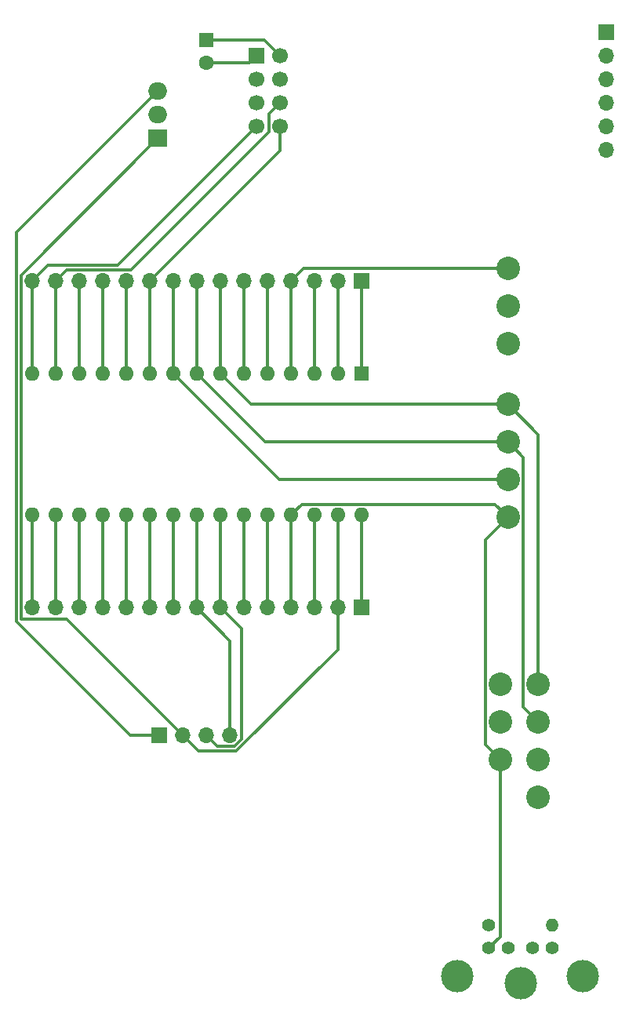
<source format=gbr>
%TF.GenerationSoftware,KiCad,Pcbnew,8.0.2*%
%TF.CreationDate,2024-05-14T18:50:47+02:00*%
%TF.ProjectId,5v radio,35762072-6164-4696-9f2e-6b696361645f,rev?*%
%TF.SameCoordinates,Original*%
%TF.FileFunction,Copper,L1,Top*%
%TF.FilePolarity,Positive*%
%FSLAX46Y46*%
G04 Gerber Fmt 4.6, Leading zero omitted, Abs format (unit mm)*
G04 Created by KiCad (PCBNEW 8.0.2) date 2024-05-14 18:50:47*
%MOMM*%
%LPD*%
G01*
G04 APERTURE LIST*
%TA.AperFunction,ComponentPad*%
%ADD10R,1.700000X1.700000*%
%TD*%
%TA.AperFunction,ComponentPad*%
%ADD11O,1.700000X1.700000*%
%TD*%
%TA.AperFunction,ComponentPad*%
%ADD12C,2.540000*%
%TD*%
%TA.AperFunction,ComponentPad*%
%ADD13R,1.600000X1.600000*%
%TD*%
%TA.AperFunction,ComponentPad*%
%ADD14O,1.600000X1.600000*%
%TD*%
%TA.AperFunction,ComponentPad*%
%ADD15C,1.600000*%
%TD*%
%TA.AperFunction,ComponentPad*%
%ADD16C,1.700000*%
%TD*%
%TA.AperFunction,ComponentPad*%
%ADD17R,2.000000X1.905000*%
%TD*%
%TA.AperFunction,ComponentPad*%
%ADD18O,2.000000X1.905000*%
%TD*%
%TA.AperFunction,ComponentPad*%
%ADD19C,1.422400*%
%TD*%
%TA.AperFunction,ComponentPad*%
%ADD20O,1.422400X1.422400*%
%TD*%
%TA.AperFunction,ComponentPad*%
%ADD21C,3.500000*%
%TD*%
%TA.AperFunction,Conductor*%
%ADD22C,0.300000*%
%TD*%
G04 APERTURE END LIST*
D10*
%TO.P,Oled_screen1,1,VCC*%
%TO.N,Net-(3v3_regulator1-VI)*%
X120914000Y-106314000D03*
D11*
%TO.P,Oled_screen1,2,GND*%
%TO.N,Net-(3v3_regulator1-GND)*%
X123454000Y-106314000D03*
%TO.P,Oled_screen1,3,SCK*%
%TO.N,Net-(A1-A5)*%
X125994000Y-106314000D03*
%TO.P,Oled_screen1,4,SDA*%
%TO.N,Net-(A1-A4)*%
X128534000Y-106314000D03*
%TD*%
D12*
%TO.P,Nes1,1,5V*%
%TO.N,Net-(3v3_regulator1-VI)*%
X157734000Y-108966000D03*
%TO.P,Nes1,2,CLK*%
%TO.N,Net-(A1-D6)*%
X161798000Y-108966000D03*
%TO.P,Nes1,3,LTCH*%
%TO.N,Net-(A1-D5)*%
X161798000Y-104902000D03*
%TO.P,Nes1,4,DATA*%
%TO.N,Net-(A1-D4)*%
X161798000Y-100838000D03*
%TO.P,Nes1,5*%
%TO.N,N/C*%
X157734000Y-104902000D03*
%TO.P,Nes1,6*%
X157734000Y-100838000D03*
%TO.P,Nes1,7,GND*%
%TO.N,Net-(3v3_regulator1-GND)*%
X161798000Y-113030000D03*
%TD*%
D10*
%TO.P,A1,1,D1/TX*%
%TO.N,unconnected-(A1-D1{slash}TX-Pad1)*%
X142748000Y-57310143D03*
D13*
X142748000Y-67310000D03*
D11*
%TO.P,A1,2,D0/RX*%
%TO.N,unconnected-(A1-D0{slash}RX-Pad2)*%
X140208000Y-57310143D03*
D14*
X140208000Y-67310000D03*
D11*
%TO.P,A1,3,~{RESET}*%
%TO.N,unconnected-(A1-~{RESET}-Pad3)*%
X137668000Y-57310143D03*
D14*
X137668000Y-67310000D03*
D11*
%TO.P,A1,4,GND*%
%TO.N,Net-(3v3_regulator1-GND)*%
X135128000Y-57310143D03*
D14*
X135128000Y-67310000D03*
D11*
%TO.P,A1,5,D2*%
%TO.N,Net-(A1-D2)*%
X132588000Y-57310143D03*
D14*
X132588000Y-67310000D03*
D11*
%TO.P,A1,6,D3*%
%TO.N,Net-(A1-D3)*%
X130048000Y-57310143D03*
D14*
X130048000Y-67310000D03*
D11*
%TO.P,A1,7,D4*%
%TO.N,Net-(A1-D4)*%
X127508000Y-57310143D03*
D14*
X127508000Y-67310000D03*
D11*
%TO.P,A1,8,D5*%
%TO.N,Net-(A1-D5)*%
X124968000Y-57310143D03*
D14*
X124968000Y-67310000D03*
D11*
%TO.P,A1,9,D6*%
%TO.N,Net-(A1-D6)*%
X122428000Y-57310143D03*
D14*
X122428000Y-67310000D03*
D11*
%TO.P,A1,10,D7*%
%TO.N,Net-(A1-D7)*%
X119888000Y-57310143D03*
D14*
X119888000Y-67310000D03*
D11*
%TO.P,A1,11,D8*%
%TO.N,Net-(A1-D8)*%
X117348000Y-57310143D03*
D14*
X117348000Y-67310000D03*
D11*
%TO.P,A1,12,D9*%
%TO.N,Net-(A1-D9)*%
X114808000Y-57310143D03*
D14*
X114808000Y-67310000D03*
D11*
%TO.P,A1,13,D10*%
%TO.N,unconnected-(A1-D10-Pad13)*%
X112268000Y-57310143D03*
D14*
X112268000Y-67310000D03*
D11*
%TO.P,A1,14,D11*%
%TO.N,Net-(A1-D11)*%
X109728000Y-57310143D03*
D14*
X109728000Y-67310000D03*
D11*
%TO.P,A1,15,D12*%
%TO.N,Net-(A1-D12)*%
X107188000Y-57310143D03*
D14*
X107188000Y-67310000D03*
%TO.P,A1,16,D13*%
%TO.N,Net-(A1-D13)*%
X107188000Y-82550000D03*
D11*
X107188000Y-92550143D03*
D14*
%TO.P,A1,17,3V3*%
%TO.N,unconnected-(A1-3V3-Pad17)*%
X109728000Y-82550000D03*
D11*
X109728000Y-92550143D03*
D14*
%TO.P,A1,18,AREF*%
%TO.N,unconnected-(A1-AREF-Pad18)*%
X112268000Y-82550000D03*
D11*
X112268000Y-92550143D03*
D14*
%TO.P,A1,19,A0*%
%TO.N,unconnected-(A1-A0-Pad19)*%
X114808000Y-82550000D03*
D11*
X114808000Y-92550143D03*
D14*
%TO.P,A1,20,A1*%
%TO.N,unconnected-(A1-A1-Pad20)*%
X117348000Y-82550000D03*
D11*
X117348000Y-92550143D03*
D14*
%TO.P,A1,21,A2*%
%TO.N,unconnected-(A1-A2-Pad21)*%
X119888000Y-82550000D03*
D11*
X119888000Y-92550143D03*
D14*
%TO.P,A1,22,A3*%
%TO.N,unconnected-(A1-A3-Pad22)*%
X122428000Y-82550000D03*
D11*
X122428000Y-92550143D03*
D14*
%TO.P,A1,23,A4*%
%TO.N,Net-(A1-A4)*%
X124968000Y-82550000D03*
D11*
X124968000Y-92550143D03*
D14*
%TO.P,A1,24,A5*%
%TO.N,Net-(A1-A5)*%
X127508000Y-82550000D03*
D11*
X127508000Y-92550143D03*
D14*
%TO.P,A1,25,A6*%
%TO.N,unconnected-(A1-A6-Pad25)*%
X130048000Y-82550000D03*
D11*
X130048000Y-92550143D03*
D14*
%TO.P,A1,26,A7*%
%TO.N,unconnected-(A1-A7-Pad26)*%
X132588000Y-82550000D03*
D11*
X132588000Y-92550143D03*
D14*
%TO.P,A1,27,+5V*%
%TO.N,Net-(3v3_regulator1-VI)*%
X135128000Y-82550000D03*
D11*
X135128000Y-92550143D03*
D14*
%TO.P,A1,28,~{RESET}*%
%TO.N,unconnected-(A1-~{RESET}-Pad28)*%
X137668000Y-82550000D03*
D11*
X137668000Y-92550143D03*
D14*
%TO.P,A1,29,GND*%
%TO.N,Net-(3v3_regulator1-GND)*%
X140208000Y-82550000D03*
D11*
X140208000Y-92550143D03*
D14*
%TO.P,A1,30,VIN*%
%TO.N,unconnected-(A1-VIN-Pad30)*%
X142748000Y-82550000D03*
D10*
X142748000Y-92550143D03*
%TD*%
D13*
%TO.P,C1,1*%
%TO.N,Net-(3v3_regulator1-VO)*%
X125984000Y-31282000D03*
D15*
%TO.P,C1,2*%
%TO.N,Net-(3v3_regulator1-GND)*%
X125984000Y-33782000D03*
%TD*%
D12*
%TO.P,Snes1,1,5V*%
%TO.N,Net-(3v3_regulator1-VI)*%
X158544600Y-82804000D03*
%TO.P,Snes1,2,CLK*%
%TO.N,Net-(A1-D6)*%
X158544600Y-78740000D03*
%TO.P,Snes1,3,LTCH*%
%TO.N,Net-(A1-D5)*%
X158544600Y-74676000D03*
%TO.P,Snes1,4,DATA*%
%TO.N,Net-(A1-D4)*%
X158544600Y-70612000D03*
%TO.P,Snes1,5*%
%TO.N,N/C*%
X158544600Y-64048000D03*
%TO.P,Snes1,6*%
X158544600Y-59984000D03*
%TO.P,Snes1,7,GND*%
%TO.N,Net-(3v3_regulator1-GND)*%
X158544600Y-55920000D03*
%TD*%
D10*
%TO.P,NRF24,0*%
%TO.N,N/C*%
X169183000Y-30450000D03*
D11*
X169183000Y-32990000D03*
X169183000Y-35530000D03*
X169183000Y-38070000D03*
X169183000Y-40610000D03*
X169183000Y-43150000D03*
D10*
%TO.P,NRF24,1,GND*%
%TO.N,Net-(3v3_regulator1-GND)*%
X131445000Y-32990000D03*
D16*
%TO.P,NRF24,2,VCC*%
%TO.N,Net-(3v3_regulator1-VO)*%
X133985000Y-32990000D03*
%TO.P,NRF24,3,CE*%
%TO.N,Net-(A1-D8)*%
X131445000Y-35530000D03*
%TO.P,NRF24,4,~{CSN}*%
%TO.N,Net-(A1-D9)*%
X133985000Y-35530000D03*
%TO.P,NRF24,5,SCK*%
%TO.N,Net-(A1-D13)*%
X131445000Y-38070000D03*
%TO.P,NRF24,6,MOSI*%
%TO.N,Net-(A1-D11)*%
X133985000Y-38070000D03*
%TO.P,NRF24,7,MISO*%
%TO.N,Net-(A1-D12)*%
X131445000Y-40610000D03*
%TO.P,NRF24,8,IRQ*%
%TO.N,Net-(A1-D7)*%
X133985000Y-40610000D03*
%TD*%
D17*
%TO.P,3v3_regulator1,1,GND*%
%TO.N,Net-(3v3_regulator1-GND)*%
X120736000Y-41910000D03*
D18*
%TO.P,3v3_regulator1,2,VO*%
%TO.N,Net-(3v3_regulator1-VO)*%
X120736000Y-39370000D03*
%TO.P,3v3_regulator1,3,VI*%
%TO.N,Net-(3v3_regulator1-VI)*%
X120736000Y-36830000D03*
%TD*%
D19*
%TO.P,ps/2_connector1,1*%
%TO.N,unconnected-(ps/2_connector1-Pad1)*%
X156508600Y-126786000D03*
%TO.P,ps/2_connector1,2,5v*%
%TO.N,Net-(3v3_regulator1-VI)*%
X156508600Y-129286000D03*
%TO.P,ps/2_connector1,3*%
%TO.N,unconnected-(ps/2_connector1-Pad3)*%
X158608600Y-129286000D03*
%TO.P,ps/2_connector1,4,DATA*%
%TO.N,Net-(A1-D3)*%
X161208600Y-129286000D03*
%TO.P,ps/2_connector1,5,GND*%
%TO.N,Net-(3v3_regulator1-GND)*%
X163308600Y-129286000D03*
D20*
%TO.P,ps/2_connector1,6,CLK*%
%TO.N,Net-(A1-D2)*%
X163308600Y-126836000D03*
D21*
%TO.P,ps/2_connector1,SH1*%
%TO.N,N/C*%
X153108600Y-132286000D03*
%TO.P,ps/2_connector1,SH2*%
X159908600Y-133086000D03*
%TO.P,ps/2_connector1,SH3*%
X166658600Y-132286000D03*
%TD*%
D22*
%TO.N,Net-(A1-D5)*%
X160178000Y-103282000D02*
X160178000Y-76309400D01*
X132334000Y-74676000D02*
X124968000Y-67310000D01*
X158544600Y-74676000D02*
X132334000Y-74676000D01*
X161798000Y-104902000D02*
X160178000Y-103282000D01*
X124968000Y-57310143D02*
X124968000Y-67310000D01*
X160178000Y-76309400D02*
X158544600Y-74676000D01*
%TO.N,unconnected-(A1-D1{slash}TX-Pad1)*%
X142748000Y-57310143D02*
X142748000Y-67310000D01*
%TO.N,unconnected-(A1-VIN-Pad30)*%
X142748000Y-82550000D02*
X142748000Y-92550143D01*
%TO.N,unconnected-(A1-3V3-Pad17)*%
X109728000Y-82550000D02*
X109728000Y-92550143D01*
%TO.N,unconnected-(A1-A7-Pad26)*%
X132588000Y-92550143D02*
X132588000Y-82550000D01*
%TO.N,unconnected-(A1-AREF-Pad18)*%
X112268000Y-92550143D02*
X112268000Y-82550000D01*
%TO.N,unconnected-(A1-A3-Pad22)*%
X122428000Y-92550143D02*
X122428000Y-82550000D01*
%TO.N,unconnected-(A1-~{RESET}-Pad28)*%
X137668000Y-92550143D02*
X137668000Y-82550000D01*
%TO.N,unconnected-(A1-A1-Pad20)*%
X117348000Y-92550143D02*
X117348000Y-82550000D01*
%TO.N,unconnected-(A1-D0{slash}RX-Pad2)*%
X140208000Y-67310000D02*
X140208000Y-57310143D01*
%TO.N,unconnected-(A1-D10-Pad13)*%
X112268000Y-67310000D02*
X112268000Y-57310143D01*
%TO.N,unconnected-(A1-~{RESET}-Pad3)*%
X137668000Y-57310143D02*
X137668000Y-67310000D01*
%TO.N,Net-(3v3_regulator1-GND)*%
X158544600Y-55920000D02*
X136518143Y-55920000D01*
X125984000Y-33782000D02*
X130653000Y-33782000D01*
X125154000Y-108014000D02*
X129238164Y-108014000D01*
X140208000Y-97044164D02*
X140208000Y-92550143D01*
X140208000Y-82550000D02*
X140208000Y-92550143D01*
X136518143Y-55920000D02*
X135128000Y-57310143D01*
X123454000Y-106314000D02*
X125154000Y-108014000D01*
X120736000Y-41910000D02*
X105988000Y-56658000D01*
X105988000Y-93788000D02*
X110928000Y-93788000D01*
X130653000Y-33782000D02*
X131445000Y-32990000D01*
X135128000Y-57310143D02*
X135128000Y-67310000D01*
X105988000Y-56658000D02*
X105988000Y-93788000D01*
X110928000Y-93788000D02*
X123454000Y-106314000D01*
X129238164Y-108014000D02*
X140208000Y-97044164D01*
%TO.N,Net-(A1-D4)*%
X161798000Y-100838000D02*
X161798000Y-73865400D01*
X130810000Y-70612000D02*
X127508000Y-67310000D01*
X158544600Y-70612000D02*
X130810000Y-70612000D01*
X127508000Y-67310000D02*
X127508000Y-57310143D01*
X161798000Y-73865400D02*
X158544600Y-70612000D01*
%TO.N,unconnected-(A1-A2-Pad21)*%
X119888000Y-82550000D02*
X119888000Y-92550143D01*
%TO.N,unconnected-(A1-A6-Pad25)*%
X130048000Y-82550000D02*
X130048000Y-92550143D01*
%TO.N,Net-(A1-D6)*%
X158544600Y-78740000D02*
X133858000Y-78740000D01*
X133858000Y-78740000D02*
X122428000Y-67310000D01*
X122428000Y-67310000D02*
X122428000Y-57310143D01*
%TO.N,unconnected-(A1-A0-Pad19)*%
X114808000Y-82550000D02*
X114808000Y-92550143D01*
%TO.N,Net-(A1-D9)*%
X114808000Y-57310143D02*
X114808000Y-67310000D01*
%TO.N,Net-(A1-D7)*%
X133985000Y-40610000D02*
X133985000Y-43213143D01*
X133985000Y-43213143D02*
X119888000Y-57310143D01*
X119888000Y-57310143D02*
X119888000Y-67310000D01*
%TO.N,Net-(A1-A4)*%
X128534000Y-96116143D02*
X124968000Y-92550143D01*
X124968000Y-82550000D02*
X124968000Y-92550143D01*
X128534000Y-106314000D02*
X128534000Y-96116143D01*
%TO.N,Net-(A1-D8)*%
X117348000Y-67310000D02*
X117348000Y-57310143D01*
%TO.N,Net-(A1-D13)*%
X107188000Y-92550143D02*
X107188000Y-82550000D01*
%TO.N,Net-(A1-D12)*%
X107188000Y-57310143D02*
X107188000Y-67310000D01*
X116444857Y-55610143D02*
X131445000Y-40610000D01*
X107188000Y-57310143D02*
X108888000Y-55610143D01*
X108888000Y-55610143D02*
X116444857Y-55610143D01*
%TO.N,Net-(A1-D11)*%
X133985000Y-38070000D02*
X132785000Y-39270000D01*
X110928000Y-56110143D02*
X109728000Y-57310143D01*
X117879857Y-56110143D02*
X110928000Y-56110143D01*
X132785000Y-41205000D02*
X117879857Y-56110143D01*
X109728000Y-57310143D02*
X109728000Y-67310000D01*
X132785000Y-39270000D02*
X132785000Y-41205000D01*
%TO.N,Net-(A1-A5)*%
X129794000Y-106751057D02*
X129794000Y-94836143D01*
X125994000Y-106314000D02*
X127194000Y-107514000D01*
X129794000Y-94836143D02*
X127508000Y-92550143D01*
X127508000Y-92550143D02*
X127508000Y-82550000D01*
X129031057Y-107514000D02*
X129794000Y-106751057D01*
X127194000Y-107514000D02*
X129031057Y-107514000D01*
%TO.N,Net-(3v3_regulator1-VO)*%
X125984000Y-31282000D02*
X132277000Y-31282000D01*
X132277000Y-31282000D02*
X133985000Y-32990000D01*
%TO.N,Net-(3v3_regulator1-VI)*%
X156508600Y-129286000D02*
X157734000Y-128060600D01*
X105488000Y-52078000D02*
X105488000Y-93995107D01*
X120736000Y-36830000D02*
X105488000Y-52078000D01*
X136278000Y-81400000D02*
X135128000Y-82550000D01*
X105488000Y-93995107D02*
X117806893Y-106314000D01*
X135128000Y-82550000D02*
X135128000Y-92550143D01*
X158544600Y-82804000D02*
X157140600Y-81400000D01*
X157734000Y-128060600D02*
X157734000Y-108966000D01*
X157734000Y-108966000D02*
X156114000Y-107346000D01*
X117806893Y-106314000D02*
X120914000Y-106314000D01*
X156114000Y-85234600D02*
X158544600Y-82804000D01*
X156114000Y-107346000D02*
X156114000Y-85234600D01*
X157140600Y-81400000D02*
X136278000Y-81400000D01*
%TO.N,Net-(A1-D2)*%
X132588000Y-67310000D02*
X132588000Y-57310143D01*
%TO.N,Net-(A1-D3)*%
X130048000Y-57310143D02*
X130048000Y-67310000D01*
%TD*%
M02*

</source>
